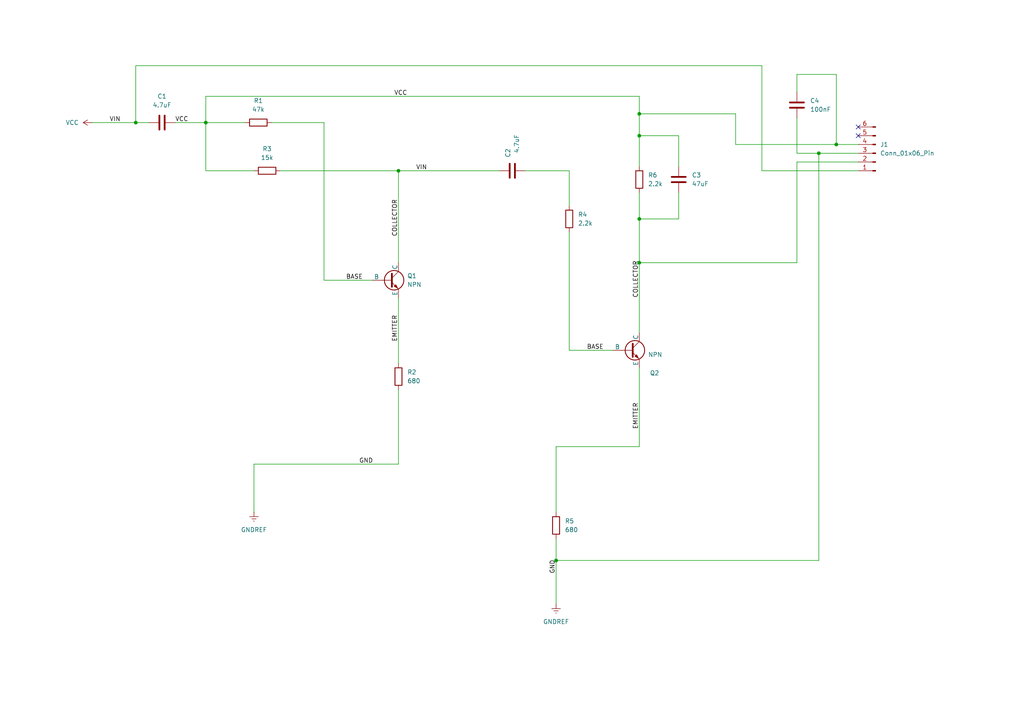
<source format=kicad_sch>
(kicad_sch
	(version 20250114)
	(generator "eeschema")
	(generator_version "9.0")
	(uuid "45178b38-c85c-45b3-9bae-2bf29cb07bac")
	(paper "A4")
	(lib_symbols
		(symbol "Connector:Conn_01x06_Pin"
			(pin_names
				(offset 1.016)
				(hide yes)
			)
			(exclude_from_sim no)
			(in_bom yes)
			(on_board yes)
			(property "Reference" "J"
				(at 0 7.62 0)
				(effects
					(font
						(size 1.27 1.27)
					)
				)
			)
			(property "Value" "Conn_01x06_Pin"
				(at 0 -10.16 0)
				(effects
					(font
						(size 1.27 1.27)
					)
				)
			)
			(property "Footprint" ""
				(at 0 0 0)
				(effects
					(font
						(size 1.27 1.27)
					)
					(hide yes)
				)
			)
			(property "Datasheet" "~"
				(at 0 0 0)
				(effects
					(font
						(size 1.27 1.27)
					)
					(hide yes)
				)
			)
			(property "Description" "Generic connector, single row, 01x06, script generated"
				(at 0 0 0)
				(effects
					(font
						(size 1.27 1.27)
					)
					(hide yes)
				)
			)
			(property "ki_locked" ""
				(at 0 0 0)
				(effects
					(font
						(size 1.27 1.27)
					)
				)
			)
			(property "ki_keywords" "connector"
				(at 0 0 0)
				(effects
					(font
						(size 1.27 1.27)
					)
					(hide yes)
				)
			)
			(property "ki_fp_filters" "Connector*:*_1x??_*"
				(at 0 0 0)
				(effects
					(font
						(size 1.27 1.27)
					)
					(hide yes)
				)
			)
			(symbol "Conn_01x06_Pin_1_1"
				(rectangle
					(start 0.8636 5.207)
					(end 0 4.953)
					(stroke
						(width 0.1524)
						(type default)
					)
					(fill
						(type outline)
					)
				)
				(rectangle
					(start 0.8636 2.667)
					(end 0 2.413)
					(stroke
						(width 0.1524)
						(type default)
					)
					(fill
						(type outline)
					)
				)
				(rectangle
					(start 0.8636 0.127)
					(end 0 -0.127)
					(stroke
						(width 0.1524)
						(type default)
					)
					(fill
						(type outline)
					)
				)
				(rectangle
					(start 0.8636 -2.413)
					(end 0 -2.667)
					(stroke
						(width 0.1524)
						(type default)
					)
					(fill
						(type outline)
					)
				)
				(rectangle
					(start 0.8636 -4.953)
					(end 0 -5.207)
					(stroke
						(width 0.1524)
						(type default)
					)
					(fill
						(type outline)
					)
				)
				(rectangle
					(start 0.8636 -7.493)
					(end 0 -7.747)
					(stroke
						(width 0.1524)
						(type default)
					)
					(fill
						(type outline)
					)
				)
				(polyline
					(pts
						(xy 1.27 5.08) (xy 0.8636 5.08)
					)
					(stroke
						(width 0.1524)
						(type default)
					)
					(fill
						(type none)
					)
				)
				(polyline
					(pts
						(xy 1.27 2.54) (xy 0.8636 2.54)
					)
					(stroke
						(width 0.1524)
						(type default)
					)
					(fill
						(type none)
					)
				)
				(polyline
					(pts
						(xy 1.27 0) (xy 0.8636 0)
					)
					(stroke
						(width 0.1524)
						(type default)
					)
					(fill
						(type none)
					)
				)
				(polyline
					(pts
						(xy 1.27 -2.54) (xy 0.8636 -2.54)
					)
					(stroke
						(width 0.1524)
						(type default)
					)
					(fill
						(type none)
					)
				)
				(polyline
					(pts
						(xy 1.27 -5.08) (xy 0.8636 -5.08)
					)
					(stroke
						(width 0.1524)
						(type default)
					)
					(fill
						(type none)
					)
				)
				(polyline
					(pts
						(xy 1.27 -7.62) (xy 0.8636 -7.62)
					)
					(stroke
						(width 0.1524)
						(type default)
					)
					(fill
						(type none)
					)
				)
				(pin passive line
					(at 5.08 5.08 180)
					(length 3.81)
					(name "Pin_1"
						(effects
							(font
								(size 1.27 1.27)
							)
						)
					)
					(number "1"
						(effects
							(font
								(size 1.27 1.27)
							)
						)
					)
				)
				(pin passive line
					(at 5.08 2.54 180)
					(length 3.81)
					(name "Pin_2"
						(effects
							(font
								(size 1.27 1.27)
							)
						)
					)
					(number "2"
						(effects
							(font
								(size 1.27 1.27)
							)
						)
					)
				)
				(pin passive line
					(at 5.08 0 180)
					(length 3.81)
					(name "Pin_3"
						(effects
							(font
								(size 1.27 1.27)
							)
						)
					)
					(number "3"
						(effects
							(font
								(size 1.27 1.27)
							)
						)
					)
				)
				(pin passive line
					(at 5.08 -2.54 180)
					(length 3.81)
					(name "Pin_4"
						(effects
							(font
								(size 1.27 1.27)
							)
						)
					)
					(number "4"
						(effects
							(font
								(size 1.27 1.27)
							)
						)
					)
				)
				(pin passive line
					(at 5.08 -5.08 180)
					(length 3.81)
					(name "Pin_5"
						(effects
							(font
								(size 1.27 1.27)
							)
						)
					)
					(number "5"
						(effects
							(font
								(size 1.27 1.27)
							)
						)
					)
				)
				(pin passive line
					(at 5.08 -7.62 180)
					(length 3.81)
					(name "Pin_6"
						(effects
							(font
								(size 1.27 1.27)
							)
						)
					)
					(number "6"
						(effects
							(font
								(size 1.27 1.27)
							)
						)
					)
				)
			)
			(embedded_fonts no)
		)
		(symbol "Device:C"
			(pin_numbers
				(hide yes)
			)
			(pin_names
				(offset 0.254)
			)
			(exclude_from_sim no)
			(in_bom yes)
			(on_board yes)
			(property "Reference" "C"
				(at 0.635 2.54 0)
				(effects
					(font
						(size 1.27 1.27)
					)
					(justify left)
				)
			)
			(property "Value" "C"
				(at 0.635 -2.54 0)
				(effects
					(font
						(size 1.27 1.27)
					)
					(justify left)
				)
			)
			(property "Footprint" ""
				(at 0.9652 -3.81 0)
				(effects
					(font
						(size 1.27 1.27)
					)
					(hide yes)
				)
			)
			(property "Datasheet" "~"
				(at 0 0 0)
				(effects
					(font
						(size 1.27 1.27)
					)
					(hide yes)
				)
			)
			(property "Description" "Unpolarized capacitor"
				(at 0 0 0)
				(effects
					(font
						(size 1.27 1.27)
					)
					(hide yes)
				)
			)
			(property "ki_keywords" "cap capacitor"
				(at 0 0 0)
				(effects
					(font
						(size 1.27 1.27)
					)
					(hide yes)
				)
			)
			(property "ki_fp_filters" "C_*"
				(at 0 0 0)
				(effects
					(font
						(size 1.27 1.27)
					)
					(hide yes)
				)
			)
			(symbol "C_0_1"
				(polyline
					(pts
						(xy -2.032 0.762) (xy 2.032 0.762)
					)
					(stroke
						(width 0.508)
						(type default)
					)
					(fill
						(type none)
					)
				)
				(polyline
					(pts
						(xy -2.032 -0.762) (xy 2.032 -0.762)
					)
					(stroke
						(width 0.508)
						(type default)
					)
					(fill
						(type none)
					)
				)
			)
			(symbol "C_1_1"
				(pin passive line
					(at 0 3.81 270)
					(length 2.794)
					(name "~"
						(effects
							(font
								(size 1.27 1.27)
							)
						)
					)
					(number "1"
						(effects
							(font
								(size 1.27 1.27)
							)
						)
					)
				)
				(pin passive line
					(at 0 -3.81 90)
					(length 2.794)
					(name "~"
						(effects
							(font
								(size 1.27 1.27)
							)
						)
					)
					(number "2"
						(effects
							(font
								(size 1.27 1.27)
							)
						)
					)
				)
			)
			(embedded_fonts no)
		)
		(symbol "Device:R"
			(pin_numbers
				(hide yes)
			)
			(pin_names
				(offset 0)
			)
			(exclude_from_sim no)
			(in_bom yes)
			(on_board yes)
			(property "Reference" "R"
				(at 2.032 0 90)
				(effects
					(font
						(size 1.27 1.27)
					)
				)
			)
			(property "Value" "R"
				(at 0 0 90)
				(effects
					(font
						(size 1.27 1.27)
					)
				)
			)
			(property "Footprint" ""
				(at -1.778 0 90)
				(effects
					(font
						(size 1.27 1.27)
					)
					(hide yes)
				)
			)
			(property "Datasheet" "~"
				(at 0 0 0)
				(effects
					(font
						(size 1.27 1.27)
					)
					(hide yes)
				)
			)
			(property "Description" "Resistor"
				(at 0 0 0)
				(effects
					(font
						(size 1.27 1.27)
					)
					(hide yes)
				)
			)
			(property "ki_keywords" "R res resistor"
				(at 0 0 0)
				(effects
					(font
						(size 1.27 1.27)
					)
					(hide yes)
				)
			)
			(property "ki_fp_filters" "R_*"
				(at 0 0 0)
				(effects
					(font
						(size 1.27 1.27)
					)
					(hide yes)
				)
			)
			(symbol "R_0_1"
				(rectangle
					(start -1.016 -2.54)
					(end 1.016 2.54)
					(stroke
						(width 0.254)
						(type default)
					)
					(fill
						(type none)
					)
				)
			)
			(symbol "R_1_1"
				(pin passive line
					(at 0 3.81 270)
					(length 1.27)
					(name "~"
						(effects
							(font
								(size 1.27 1.27)
							)
						)
					)
					(number "1"
						(effects
							(font
								(size 1.27 1.27)
							)
						)
					)
				)
				(pin passive line
					(at 0 -3.81 90)
					(length 1.27)
					(name "~"
						(effects
							(font
								(size 1.27 1.27)
							)
						)
					)
					(number "2"
						(effects
							(font
								(size 1.27 1.27)
							)
						)
					)
				)
			)
			(embedded_fonts no)
		)
		(symbol "Simulation_SPICE:NPN"
			(pin_numbers
				(hide yes)
			)
			(pin_names
				(offset 0)
			)
			(exclude_from_sim no)
			(in_bom yes)
			(on_board yes)
			(property "Reference" "Q"
				(at -2.54 7.62 0)
				(effects
					(font
						(size 1.27 1.27)
					)
				)
			)
			(property "Value" "NPN"
				(at -2.54 5.08 0)
				(effects
					(font
						(size 1.27 1.27)
					)
				)
			)
			(property "Footprint" ""
				(at 63.5 0 0)
				(effects
					(font
						(size 1.27 1.27)
					)
					(hide yes)
				)
			)
			(property "Datasheet" "https://ngspice.sourceforge.io/docs/ngspice-html-manual/manual.xhtml#cha_BJTs"
				(at 63.5 0 0)
				(effects
					(font
						(size 1.27 1.27)
					)
					(hide yes)
				)
			)
			(property "Description" "Bipolar transistor symbol for simulation only, substrate tied to the emitter"
				(at 0 0 0)
				(effects
					(font
						(size 1.27 1.27)
					)
					(hide yes)
				)
			)
			(property "Sim.Device" "NPN"
				(at 0 0 0)
				(effects
					(font
						(size 1.27 1.27)
					)
					(hide yes)
				)
			)
			(property "Sim.Type" "GUMMELPOON"
				(at 0 0 0)
				(effects
					(font
						(size 1.27 1.27)
					)
					(hide yes)
				)
			)
			(property "Sim.Pins" "1=C 2=B 3=E"
				(at 0 0 0)
				(effects
					(font
						(size 1.27 1.27)
					)
					(hide yes)
				)
			)
			(property "ki_keywords" "simulation"
				(at 0 0 0)
				(effects
					(font
						(size 1.27 1.27)
					)
					(hide yes)
				)
			)
			(symbol "NPN_0_1"
				(polyline
					(pts
						(xy -2.54 0) (xy 0.635 0)
					)
					(stroke
						(width 0.1524)
						(type default)
					)
					(fill
						(type none)
					)
				)
				(polyline
					(pts
						(xy 0.635 1.905) (xy 0.635 -1.905) (xy 0.635 -1.905)
					)
					(stroke
						(width 0.508)
						(type default)
					)
					(fill
						(type none)
					)
				)
				(polyline
					(pts
						(xy 0.635 0.635) (xy 2.54 2.54)
					)
					(stroke
						(width 0)
						(type default)
					)
					(fill
						(type none)
					)
				)
				(polyline
					(pts
						(xy 0.635 -0.635) (xy 2.54 -2.54) (xy 2.54 -2.54)
					)
					(stroke
						(width 0)
						(type default)
					)
					(fill
						(type none)
					)
				)
				(circle
					(center 1.27 0)
					(radius 2.8194)
					(stroke
						(width 0.254)
						(type default)
					)
					(fill
						(type none)
					)
				)
				(polyline
					(pts
						(xy 1.27 -1.778) (xy 1.778 -1.27) (xy 2.286 -2.286) (xy 1.27 -1.778) (xy 1.27 -1.778)
					)
					(stroke
						(width 0)
						(type default)
					)
					(fill
						(type outline)
					)
				)
				(polyline
					(pts
						(xy 2.794 -1.27) (xy 2.794 -1.27)
					)
					(stroke
						(width 0.1524)
						(type default)
					)
					(fill
						(type none)
					)
				)
				(polyline
					(pts
						(xy 2.794 -1.27) (xy 2.794 -1.27)
					)
					(stroke
						(width 0.1524)
						(type default)
					)
					(fill
						(type none)
					)
				)
			)
			(symbol "NPN_1_1"
				(pin input line
					(at -5.08 0 0)
					(length 2.54)
					(name "B"
						(effects
							(font
								(size 1.27 1.27)
							)
						)
					)
					(number "2"
						(effects
							(font
								(size 1.27 1.27)
							)
						)
					)
				)
				(pin open_collector line
					(at 2.54 5.08 270)
					(length 2.54)
					(name "C"
						(effects
							(font
								(size 1.27 1.27)
							)
						)
					)
					(number "1"
						(effects
							(font
								(size 1.27 1.27)
							)
						)
					)
				)
				(pin open_emitter line
					(at 2.54 -5.08 90)
					(length 2.54)
					(name "E"
						(effects
							(font
								(size 1.27 1.27)
							)
						)
					)
					(number "3"
						(effects
							(font
								(size 1.27 1.27)
							)
						)
					)
				)
			)
			(embedded_fonts no)
		)
		(symbol "power:GNDREF"
			(power)
			(pin_numbers
				(hide yes)
			)
			(pin_names
				(offset 0)
				(hide yes)
			)
			(exclude_from_sim no)
			(in_bom yes)
			(on_board yes)
			(property "Reference" "#PWR"
				(at 0 -6.35 0)
				(effects
					(font
						(size 1.27 1.27)
					)
					(hide yes)
				)
			)
			(property "Value" "GNDREF"
				(at 0 -3.81 0)
				(effects
					(font
						(size 1.27 1.27)
					)
				)
			)
			(property "Footprint" ""
				(at 0 0 0)
				(effects
					(font
						(size 1.27 1.27)
					)
					(hide yes)
				)
			)
			(property "Datasheet" ""
				(at 0 0 0)
				(effects
					(font
						(size 1.27 1.27)
					)
					(hide yes)
				)
			)
			(property "Description" "Power symbol creates a global label with name \"GNDREF\" , reference supply ground"
				(at 0 0 0)
				(effects
					(font
						(size 1.27 1.27)
					)
					(hide yes)
				)
			)
			(property "ki_keywords" "global power"
				(at 0 0 0)
				(effects
					(font
						(size 1.27 1.27)
					)
					(hide yes)
				)
			)
			(symbol "GNDREF_0_1"
				(polyline
					(pts
						(xy -0.635 -1.905) (xy 0.635 -1.905)
					)
					(stroke
						(width 0)
						(type default)
					)
					(fill
						(type none)
					)
				)
				(polyline
					(pts
						(xy -0.127 -2.54) (xy 0.127 -2.54)
					)
					(stroke
						(width 0)
						(type default)
					)
					(fill
						(type none)
					)
				)
				(polyline
					(pts
						(xy 0 -1.27) (xy 0 0)
					)
					(stroke
						(width 0)
						(type default)
					)
					(fill
						(type none)
					)
				)
				(polyline
					(pts
						(xy 1.27 -1.27) (xy -1.27 -1.27)
					)
					(stroke
						(width 0)
						(type default)
					)
					(fill
						(type none)
					)
				)
			)
			(symbol "GNDREF_1_1"
				(pin power_in line
					(at 0 0 270)
					(length 0)
					(name "~"
						(effects
							(font
								(size 1.27 1.27)
							)
						)
					)
					(number "1"
						(effects
							(font
								(size 1.27 1.27)
							)
						)
					)
				)
			)
			(embedded_fonts no)
		)
		(symbol "power:VCC"
			(power)
			(pin_numbers
				(hide yes)
			)
			(pin_names
				(offset 0)
				(hide yes)
			)
			(exclude_from_sim no)
			(in_bom yes)
			(on_board yes)
			(property "Reference" "#PWR"
				(at 0 -3.81 0)
				(effects
					(font
						(size 1.27 1.27)
					)
					(hide yes)
				)
			)
			(property "Value" "VCC"
				(at 0 3.556 0)
				(effects
					(font
						(size 1.27 1.27)
					)
				)
			)
			(property "Footprint" ""
				(at 0 0 0)
				(effects
					(font
						(size 1.27 1.27)
					)
					(hide yes)
				)
			)
			(property "Datasheet" ""
				(at 0 0 0)
				(effects
					(font
						(size 1.27 1.27)
					)
					(hide yes)
				)
			)
			(property "Description" "Power symbol creates a global label with name \"VCC\""
				(at 0 0 0)
				(effects
					(font
						(size 1.27 1.27)
					)
					(hide yes)
				)
			)
			(property "ki_keywords" "global power"
				(at 0 0 0)
				(effects
					(font
						(size 1.27 1.27)
					)
					(hide yes)
				)
			)
			(symbol "VCC_0_1"
				(polyline
					(pts
						(xy -0.762 1.27) (xy 0 2.54)
					)
					(stroke
						(width 0)
						(type default)
					)
					(fill
						(type none)
					)
				)
				(polyline
					(pts
						(xy 0 2.54) (xy 0.762 1.27)
					)
					(stroke
						(width 0)
						(type default)
					)
					(fill
						(type none)
					)
				)
				(polyline
					(pts
						(xy 0 0) (xy 0 2.54)
					)
					(stroke
						(width 0)
						(type default)
					)
					(fill
						(type none)
					)
				)
			)
			(symbol "VCC_1_1"
				(pin power_in line
					(at 0 0 90)
					(length 0)
					(name "~"
						(effects
							(font
								(size 1.27 1.27)
							)
						)
					)
					(number "1"
						(effects
							(font
								(size 1.27 1.27)
							)
						)
					)
				)
			)
			(embedded_fonts no)
		)
	)
	(junction
		(at 115.57 49.53)
		(diameter 0)
		(color 0 0 0 0)
		(uuid "0304ec94-f233-4184-bc15-ad09f2c818d4")
	)
	(junction
		(at 237.49 44.45)
		(diameter 0)
		(color 0 0 0 0)
		(uuid "06e55046-94ea-4456-ab4d-343cd777de1b")
	)
	(junction
		(at 59.69 35.56)
		(diameter 0)
		(color 0 0 0 0)
		(uuid "0b7a56d7-e8f4-4fff-900f-b329dad9ff59")
	)
	(junction
		(at 185.42 39.37)
		(diameter 0)
		(color 0 0 0 0)
		(uuid "160b08a7-794d-46ed-86bc-9e17e68a63d8")
	)
	(junction
		(at 242.57 41.91)
		(diameter 0)
		(color 0 0 0 0)
		(uuid "17cae804-0e2a-4af2-85a8-a9bd5f955702")
	)
	(junction
		(at 185.42 33.02)
		(diameter 0)
		(color 0 0 0 0)
		(uuid "30890e65-7ba6-4535-b981-8c762a4fc107")
	)
	(junction
		(at 185.42 63.5)
		(diameter 0)
		(color 0 0 0 0)
		(uuid "323a652a-2cf8-4f91-a65b-35bc086c34b4")
	)
	(junction
		(at 161.29 162.56)
		(diameter 0)
		(color 0 0 0 0)
		(uuid "35c5b72d-e35b-4af5-b075-9a541a90e510")
	)
	(junction
		(at 185.42 76.2)
		(diameter 0)
		(color 0 0 0 0)
		(uuid "8495aecb-4cf6-4eed-9045-76babbd68189")
	)
	(junction
		(at 39.37 35.56)
		(diameter 0)
		(color 0 0 0 0)
		(uuid "e741e1fc-3c6f-4fb0-b260-24aee8207c93")
	)
	(no_connect
		(at 248.92 36.83)
		(uuid "6ff2a625-9b59-45fd-a703-c4c955e25404")
	)
	(no_connect
		(at 248.92 39.37)
		(uuid "b7d77d25-b0c9-4df3-be2c-d511d30bcb52")
	)
	(wire
		(pts
			(xy 93.98 35.56) (xy 78.74 35.56)
		)
		(stroke
			(width 0)
			(type default)
		)
		(uuid "08deee81-bc2f-43e5-853e-9dcbb0e1831e")
	)
	(wire
		(pts
			(xy 220.98 49.53) (xy 248.92 49.53)
		)
		(stroke
			(width 0)
			(type default)
		)
		(uuid "0ed2339e-93ce-4942-85bc-ab87c0f0d98d")
	)
	(wire
		(pts
			(xy 165.1 101.6) (xy 165.1 67.31)
		)
		(stroke
			(width 0)
			(type default)
		)
		(uuid "1109a161-130f-4fa7-b2bd-d4f8a54f598d")
	)
	(wire
		(pts
			(xy 185.42 55.88) (xy 185.42 63.5)
		)
		(stroke
			(width 0)
			(type default)
		)
		(uuid "145c4a67-08fd-416a-8c69-a34babdec54a")
	)
	(wire
		(pts
			(xy 248.92 44.45) (xy 237.49 44.45)
		)
		(stroke
			(width 0)
			(type default)
		)
		(uuid "17d9b48e-ac30-4718-88d6-0a740b0146f6")
	)
	(wire
		(pts
			(xy 185.42 106.68) (xy 185.42 129.54)
		)
		(stroke
			(width 0)
			(type default)
		)
		(uuid "19ca61be-4e6f-4cde-8a20-32b7f8d7022a")
	)
	(wire
		(pts
			(xy 161.29 148.59) (xy 161.29 129.54)
		)
		(stroke
			(width 0)
			(type default)
		)
		(uuid "1d83b1ad-4399-447c-9b43-6f8b4d27a1c7")
	)
	(wire
		(pts
			(xy 73.66 134.62) (xy 73.66 148.59)
		)
		(stroke
			(width 0)
			(type default)
		)
		(uuid "215f842b-c326-487e-8002-9005a2b44430")
	)
	(wire
		(pts
			(xy 115.57 49.53) (xy 144.78 49.53)
		)
		(stroke
			(width 0)
			(type default)
		)
		(uuid "229a9f5b-5a7a-484f-88ff-ba483de60be1")
	)
	(wire
		(pts
			(xy 59.69 35.56) (xy 71.12 35.56)
		)
		(stroke
			(width 0)
			(type default)
		)
		(uuid "232d474e-9bf7-447c-a63c-e34ffe274dac")
	)
	(wire
		(pts
			(xy 231.14 76.2) (xy 185.42 76.2)
		)
		(stroke
			(width 0)
			(type default)
		)
		(uuid "267885f6-5843-4522-be5f-810a070a8eaf")
	)
	(wire
		(pts
			(xy 248.92 41.91) (xy 242.57 41.91)
		)
		(stroke
			(width 0)
			(type default)
		)
		(uuid "2836515d-d24c-487e-9ad8-b68b347cc3f3")
	)
	(wire
		(pts
			(xy 39.37 19.05) (xy 220.98 19.05)
		)
		(stroke
			(width 0)
			(type default)
		)
		(uuid "2c00f277-ef4d-40d0-88ac-5f8202814e58")
	)
	(wire
		(pts
			(xy 213.36 41.91) (xy 213.36 33.02)
		)
		(stroke
			(width 0)
			(type default)
		)
		(uuid "35af945d-d159-4f39-92fb-829d28c0aa48")
	)
	(wire
		(pts
			(xy 185.42 39.37) (xy 196.85 39.37)
		)
		(stroke
			(width 0)
			(type default)
		)
		(uuid "4142e45c-24f1-4fc3-9233-f3e1e1fc0d77")
	)
	(wire
		(pts
			(xy 115.57 49.53) (xy 115.57 76.2)
		)
		(stroke
			(width 0)
			(type default)
		)
		(uuid "46d6e4e8-c7a5-40a7-aeca-5e1bedc171b5")
	)
	(wire
		(pts
			(xy 161.29 129.54) (xy 185.42 129.54)
		)
		(stroke
			(width 0)
			(type default)
		)
		(uuid "48a7361d-9ce0-41c1-8cf9-cd618af6e921")
	)
	(wire
		(pts
			(xy 196.85 63.5) (xy 185.42 63.5)
		)
		(stroke
			(width 0)
			(type default)
		)
		(uuid "4ba7be1a-2b97-4b0b-a89a-0096cda8d5ef")
	)
	(wire
		(pts
			(xy 231.14 46.99) (xy 231.14 76.2)
		)
		(stroke
			(width 0)
			(type default)
		)
		(uuid "55f68129-8bf2-41a6-acba-827f35b68545")
	)
	(wire
		(pts
			(xy 196.85 39.37) (xy 196.85 48.26)
		)
		(stroke
			(width 0)
			(type default)
		)
		(uuid "5fdd01cb-0b3b-4b2f-b7ce-c7cd93d25a77")
	)
	(wire
		(pts
			(xy 231.14 26.67) (xy 231.14 21.59)
		)
		(stroke
			(width 0)
			(type default)
		)
		(uuid "61756474-2d21-42aa-bf7e-1046b60db412")
	)
	(wire
		(pts
			(xy 161.29 162.56) (xy 161.29 175.26)
		)
		(stroke
			(width 0)
			(type default)
		)
		(uuid "65ea11f4-8a41-440d-85f5-f9e422b4b06f")
	)
	(wire
		(pts
			(xy 115.57 49.53) (xy 81.28 49.53)
		)
		(stroke
			(width 0)
			(type default)
		)
		(uuid "6c1ae7e5-581e-46fb-b162-bc82ccc73766")
	)
	(wire
		(pts
			(xy 185.42 76.2) (xy 185.42 96.52)
		)
		(stroke
			(width 0)
			(type default)
		)
		(uuid "6dc3783b-6aac-4206-bca6-9f26d21ca66c")
	)
	(wire
		(pts
			(xy 39.37 35.56) (xy 43.18 35.56)
		)
		(stroke
			(width 0)
			(type default)
		)
		(uuid "6e2d8e0b-d6e1-4187-8adf-15755407ff43")
	)
	(wire
		(pts
			(xy 185.42 33.02) (xy 185.42 39.37)
		)
		(stroke
			(width 0)
			(type default)
		)
		(uuid "6eb7a153-1a41-4c04-9f41-36685c0ec4ac")
	)
	(wire
		(pts
			(xy 231.14 44.45) (xy 237.49 44.45)
		)
		(stroke
			(width 0)
			(type default)
		)
		(uuid "72746ecb-8a84-4162-8d9f-326f7eba66f6")
	)
	(wire
		(pts
			(xy 237.49 44.45) (xy 237.49 162.56)
		)
		(stroke
			(width 0)
			(type default)
		)
		(uuid "7965263d-039b-4824-9beb-fbeb111d39b1")
	)
	(wire
		(pts
			(xy 59.69 49.53) (xy 73.66 49.53)
		)
		(stroke
			(width 0)
			(type default)
		)
		(uuid "79c4cdcf-17c2-4773-afca-b897dbc32877")
	)
	(wire
		(pts
			(xy 242.57 41.91) (xy 213.36 41.91)
		)
		(stroke
			(width 0)
			(type default)
		)
		(uuid "7f8ccd68-44e9-42c1-bbe2-8cea9b71db65")
	)
	(wire
		(pts
			(xy 115.57 134.62) (xy 73.66 134.62)
		)
		(stroke
			(width 0)
			(type default)
		)
		(uuid "80f12bd0-0efa-4043-b684-f0287c43aff8")
	)
	(wire
		(pts
			(xy 59.69 27.94) (xy 59.69 35.56)
		)
		(stroke
			(width 0)
			(type default)
		)
		(uuid "8f6074f4-315f-4f87-9b51-41b2916f1d61")
	)
	(wire
		(pts
			(xy 185.42 39.37) (xy 185.42 48.26)
		)
		(stroke
			(width 0)
			(type default)
		)
		(uuid "9528b7eb-72b5-45a8-925d-3be7a6652dd2")
	)
	(wire
		(pts
			(xy 177.8 101.6) (xy 165.1 101.6)
		)
		(stroke
			(width 0)
			(type default)
		)
		(uuid "96c969f8-6fa4-490f-8f41-51a7dff441f7")
	)
	(wire
		(pts
			(xy 59.69 27.94) (xy 185.42 27.94)
		)
		(stroke
			(width 0)
			(type default)
		)
		(uuid "9bf56ad9-fd34-48a2-968f-dee2d5d9880b")
	)
	(wire
		(pts
			(xy 39.37 35.56) (xy 39.37 19.05)
		)
		(stroke
			(width 0)
			(type default)
		)
		(uuid "9cdff9fa-16f7-4da4-9d63-e0da8314f177")
	)
	(wire
		(pts
			(xy 152.4 49.53) (xy 165.1 49.53)
		)
		(stroke
			(width 0)
			(type default)
		)
		(uuid "9e60a8a4-cb71-4a6e-af3d-c7c51a5c0784")
	)
	(wire
		(pts
			(xy 231.14 21.59) (xy 242.57 21.59)
		)
		(stroke
			(width 0)
			(type default)
		)
		(uuid "a667c0c0-73a7-4571-990e-c9f9c80609e1")
	)
	(wire
		(pts
			(xy 50.8 35.56) (xy 59.69 35.56)
		)
		(stroke
			(width 0)
			(type default)
		)
		(uuid "acb24ca0-53f0-4d46-bcfb-5f9b1d7a7f29")
	)
	(wire
		(pts
			(xy 161.29 156.21) (xy 161.29 162.56)
		)
		(stroke
			(width 0)
			(type default)
		)
		(uuid "b9fc2d1b-1244-40db-9ebf-6cc35e0c1c54")
	)
	(wire
		(pts
			(xy 220.98 19.05) (xy 220.98 49.53)
		)
		(stroke
			(width 0)
			(type default)
		)
		(uuid "bda67a23-35b1-4e20-8218-6e0209c26e29")
	)
	(wire
		(pts
			(xy 161.29 162.56) (xy 237.49 162.56)
		)
		(stroke
			(width 0)
			(type default)
		)
		(uuid "c4c0a325-3842-48ff-994d-2915c61b4efb")
	)
	(wire
		(pts
			(xy 165.1 49.53) (xy 165.1 59.69)
		)
		(stroke
			(width 0)
			(type default)
		)
		(uuid "c4f02478-64d3-4ab4-8681-3b402ae371c3")
	)
	(wire
		(pts
			(xy 59.69 35.56) (xy 59.69 49.53)
		)
		(stroke
			(width 0)
			(type default)
		)
		(uuid "c96a38f6-2b44-409b-927d-17285cf2fadd")
	)
	(wire
		(pts
			(xy 185.42 27.94) (xy 185.42 33.02)
		)
		(stroke
			(width 0)
			(type default)
		)
		(uuid "cdd0e2e7-0e6e-4b68-8ec6-a8fd50bfe2a0")
	)
	(wire
		(pts
			(xy 115.57 86.36) (xy 115.57 105.41)
		)
		(stroke
			(width 0)
			(type default)
		)
		(uuid "cfc25b9c-85dc-4b41-8f5e-90b2ac2db0c8")
	)
	(wire
		(pts
			(xy 93.98 81.28) (xy 107.95 81.28)
		)
		(stroke
			(width 0)
			(type default)
		)
		(uuid "d9be88f7-c089-4fef-835e-54a498682ce1")
	)
	(wire
		(pts
			(xy 26.67 35.56) (xy 39.37 35.56)
		)
		(stroke
			(width 0)
			(type default)
		)
		(uuid "e04098fa-cf9c-4167-b9bd-5995a26d48d6")
	)
	(wire
		(pts
			(xy 248.92 46.99) (xy 231.14 46.99)
		)
		(stroke
			(width 0)
			(type default)
		)
		(uuid "e4bca261-321e-4544-b91e-1a4db20664df")
	)
	(wire
		(pts
			(xy 115.57 113.03) (xy 115.57 134.62)
		)
		(stroke
			(width 0)
			(type default)
		)
		(uuid "ea56763a-6665-4f05-8fb2-b263bdcd31a7")
	)
	(wire
		(pts
			(xy 196.85 55.88) (xy 196.85 63.5)
		)
		(stroke
			(width 0)
			(type default)
		)
		(uuid "f7090a63-12e0-44f3-a29a-a7c9727c8c03")
	)
	(wire
		(pts
			(xy 242.57 21.59) (xy 242.57 41.91)
		)
		(stroke
			(width 0)
			(type default)
		)
		(uuid "f7e5fb4e-c22c-4b08-ba97-d14ea53542ad")
	)
	(wire
		(pts
			(xy 213.36 33.02) (xy 185.42 33.02)
		)
		(stroke
			(width 0)
			(type default)
		)
		(uuid "f9cab786-3441-4a09-b4c1-89acbb51d72b")
	)
	(wire
		(pts
			(xy 231.14 34.29) (xy 231.14 44.45)
		)
		(stroke
			(width 0)
			(type default)
		)
		(uuid "fa53bf02-cdaf-4937-930f-c366784bd11b")
	)
	(wire
		(pts
			(xy 185.42 63.5) (xy 185.42 76.2)
		)
		(stroke
			(width 0)
			(type default)
		)
		(uuid "fbe3ad92-d495-4813-9092-f2a54540b6ed")
	)
	(wire
		(pts
			(xy 93.98 35.56) (xy 93.98 81.28)
		)
		(stroke
			(width 0)
			(type default)
		)
		(uuid "fd906f0b-98da-4300-8d76-ad9d548daccf")
	)
	(label "VIN"
		(at 120.65 49.53 0)
		(effects
			(font
				(size 1.27 1.27)
			)
			(justify left bottom)
		)
		(uuid "1a67aec8-c8db-4095-a0dd-eda37a099995")
	)
	(label "GND"
		(at 104.14 134.62 0)
		(effects
			(font
				(size 1.27 1.27)
			)
			(justify left bottom)
		)
		(uuid "27bde5c3-597e-4501-b891-9075ef2d8050")
	)
	(label "VCC"
		(at 114.3 27.94 0)
		(effects
			(font
				(size 1.27 1.27)
			)
			(justify left bottom)
		)
		(uuid "4806db22-7f5a-455e-b65f-ae74684991c3")
	)
	(label "VIN"
		(at 31.75 35.56 0)
		(effects
			(font
				(size 1.27 1.27)
			)
			(justify left bottom)
		)
		(uuid "4b0ac9a4-5cf4-445d-992b-0b1b78cc2bbd")
	)
	(label "GND"
		(at 161.29 166.37 90)
		(effects
			(font
				(size 1.27 1.27)
			)
			(justify left bottom)
		)
		(uuid "52fcc43b-4158-4edc-b53a-a84054a1b939")
	)
	(label "EMITTER"
		(at 115.57 99.06 90)
		(effects
			(font
				(size 1.27 1.27)
			)
			(justify left bottom)
		)
		(uuid "59d6c430-e559-40ee-894e-155fb3ca1e34")
	)
	(label "COLLECTOR"
		(at 115.57 68.58 90)
		(effects
			(font
				(size 1.27 1.27)
			)
			(justify left bottom)
		)
		(uuid "7c9796c3-1dbb-43e2-97d1-110f39af5e10")
	)
	(label "COLLECTOR"
		(at 185.42 86.36 90)
		(effects
			(font
				(size 1.27 1.27)
			)
			(justify left bottom)
		)
		(uuid "900bc473-1d51-4462-b1c6-39094a30c51b")
	)
	(label "BASE"
		(at 100.33 81.28 0)
		(effects
			(font
				(size 1.27 1.27)
			)
			(justify left bottom)
		)
		(uuid "ac94291d-62c5-4bc3-ac98-3a42fbe025d4")
	)
	(label "VCC"
		(at 50.8 35.56 0)
		(effects
			(font
				(size 1.27 1.27)
			)
			(justify left bottom)
		)
		(uuid "b3da1711-f18a-4658-935a-9337f49e4a49")
	)
	(label "BASE"
		(at 170.18 101.6 0)
		(effects
			(font
				(size 1.27 1.27)
			)
			(justify left bottom)
		)
		(uuid "cb5efd85-011c-432e-83ad-dc28e8ddffef")
	)
	(label "EMITTER"
		(at 185.42 124.46 90)
		(effects
			(font
				(size 1.27 1.27)
			)
			(justify left bottom)
		)
		(uuid "e86fc68b-c714-4832-b34f-0b3d29dae1b3")
	)
	(symbol
		(lib_id "Device:R")
		(at 77.47 49.53 90)
		(unit 1)
		(exclude_from_sim no)
		(in_bom yes)
		(on_board yes)
		(dnp no)
		(fields_autoplaced yes)
		(uuid "0c6fc945-7dd8-421a-a8c5-5004384fea70")
		(property "Reference" "R3"
			(at 77.47 43.18 90)
			(effects
				(font
					(size 1.27 1.27)
				)
			)
		)
		(property "Value" "15k"
			(at 77.47 45.72 90)
			(effects
				(font
					(size 1.27 1.27)
				)
			)
		)
		(property "Footprint" "Resistor_THT:R_Axial_DIN0207_L6.3mm_D2.5mm_P7.62mm_Horizontal"
			(at 77.47 51.308 90)
			(effects
				(font
					(size 1.27 1.27)
				)
				(hide yes)
			)
		)
		(property "Datasheet" "~"
			(at 77.47 49.53 0)
			(effects
				(font
					(size 1.27 1.27)
				)
				(hide yes)
			)
		)
		(property "Description" "Resistor"
			(at 77.47 49.53 0)
			(effects
				(font
					(size 1.27 1.27)
				)
				(hide yes)
			)
		)
		(pin "1"
			(uuid "321e122f-2eaf-4ba5-b1f7-c0156b6fa0c6")
		)
		(pin "2"
			(uuid "38bac82f-5b98-4b21-b96b-58b6c9a9f1b3")
		)
		(instances
			(project ""
				(path "/45178b38-c85c-45b3-9bae-2bf29cb07bac"
					(reference "R3")
					(unit 1)
				)
			)
		)
	)
	(symbol
		(lib_id "power:GNDREF")
		(at 73.66 148.59 0)
		(unit 1)
		(exclude_from_sim no)
		(in_bom yes)
		(on_board yes)
		(dnp no)
		(fields_autoplaced yes)
		(uuid "1178ddce-f317-47ea-81e8-8f43b018d227")
		(property "Reference" "#PWR02"
			(at 73.66 154.94 0)
			(effects
				(font
					(size 1.27 1.27)
				)
				(hide yes)
			)
		)
		(property "Value" "GNDREF"
			(at 73.66 153.67 0)
			(effects
				(font
					(size 1.27 1.27)
				)
			)
		)
		(property "Footprint" ""
			(at 73.66 148.59 0)
			(effects
				(font
					(size 1.27 1.27)
				)
				(hide yes)
			)
		)
		(property "Datasheet" ""
			(at 73.66 148.59 0)
			(effects
				(font
					(size 1.27 1.27)
				)
				(hide yes)
			)
		)
		(property "Description" "Power symbol creates a global label with name \"GNDREF\" , reference supply ground"
			(at 73.66 148.59 0)
			(effects
				(font
					(size 1.27 1.27)
				)
				(hide yes)
			)
		)
		(pin "1"
			(uuid "0796f719-af2d-495b-9a36-1e4e5f6bec1e")
		)
		(instances
			(project ""
				(path "/45178b38-c85c-45b3-9bae-2bf29cb07bac"
					(reference "#PWR02")
					(unit 1)
				)
			)
		)
	)
	(symbol
		(lib_id "Device:R")
		(at 185.42 52.07 0)
		(unit 1)
		(exclude_from_sim no)
		(in_bom yes)
		(on_board yes)
		(dnp no)
		(fields_autoplaced yes)
		(uuid "24c76a9e-7320-419c-9584-ee4dab3592ee")
		(property "Reference" "R6"
			(at 187.96 50.7999 0)
			(effects
				(font
					(size 1.27 1.27)
				)
				(justify left)
			)
		)
		(property "Value" "2.2k"
			(at 187.96 53.3399 0)
			(effects
				(font
					(size 1.27 1.27)
				)
				(justify left)
			)
		)
		(property "Footprint" "Resistor_THT:R_Axial_DIN0207_L6.3mm_D2.5mm_P7.62mm_Horizontal"
			(at 183.642 52.07 90)
			(effects
				(font
					(size 1.27 1.27)
				)
				(hide yes)
			)
		)
		(property "Datasheet" "~"
			(at 185.42 52.07 0)
			(effects
				(font
					(size 1.27 1.27)
				)
				(hide yes)
			)
		)
		(property "Description" "Resistor"
			(at 185.42 52.07 0)
			(effects
				(font
					(size 1.27 1.27)
				)
				(hide yes)
			)
		)
		(pin "2"
			(uuid "db0b21c9-2292-4417-9e5e-0e24f205faec")
		)
		(pin "1"
			(uuid "2d41a175-d7bf-4219-aca5-98c9154560ff")
		)
		(instances
			(project ""
				(path "/45178b38-c85c-45b3-9bae-2bf29cb07bac"
					(reference "R6")
					(unit 1)
				)
			)
		)
	)
	(symbol
		(lib_id "power:VCC")
		(at 26.67 35.56 90)
		(unit 1)
		(exclude_from_sim no)
		(in_bom yes)
		(on_board yes)
		(dnp no)
		(fields_autoplaced yes)
		(uuid "3652598b-8f00-4226-b0f9-813cee313b76")
		(property "Reference" "#PWR03"
			(at 30.48 35.56 0)
			(effects
				(font
					(size 1.27 1.27)
				)
				(hide yes)
			)
		)
		(property "Value" "VCC"
			(at 22.86 35.5599 90)
			(effects
				(font
					(size 1.27 1.27)
				)
				(justify left)
			)
		)
		(property "Footprint" ""
			(at 26.67 35.56 0)
			(effects
				(font
					(size 1.27 1.27)
				)
				(hide yes)
			)
		)
		(property "Datasheet" ""
			(at 26.67 35.56 0)
			(effects
				(font
					(size 1.27 1.27)
				)
				(hide yes)
			)
		)
		(property "Description" "Power symbol creates a global label with name \"VCC\""
			(at 26.67 35.56 0)
			(effects
				(font
					(size 1.27 1.27)
				)
				(hide yes)
			)
		)
		(pin "1"
			(uuid "48c9a5e9-c45d-4856-b251-903579be0d93")
		)
		(instances
			(project ""
				(path "/45178b38-c85c-45b3-9bae-2bf29cb07bac"
					(reference "#PWR03")
					(unit 1)
				)
			)
		)
	)
	(symbol
		(lib_id "Device:C")
		(at 196.85 52.07 0)
		(unit 1)
		(exclude_from_sim no)
		(in_bom yes)
		(on_board yes)
		(dnp no)
		(fields_autoplaced yes)
		(uuid "369485e1-e1b9-4c14-9816-52abbbc24e3f")
		(property "Reference" "C3"
			(at 200.66 50.7999 0)
			(effects
				(font
					(size 1.27 1.27)
				)
				(justify left)
			)
		)
		(property "Value" "47uF"
			(at 200.66 53.3399 0)
			(effects
				(font
					(size 1.27 1.27)
				)
				(justify left)
			)
		)
		(property "Footprint" "Capacitor_THT:C_Radial_D5.0mm_H5.0mm_P2.00mm"
			(at 197.8152 55.88 0)
			(effects
				(font
					(size 1.27 1.27)
				)
				(hide yes)
			)
		)
		(property "Datasheet" "~"
			(at 196.85 52.07 0)
			(effects
				(font
					(size 1.27 1.27)
				)
				(hide yes)
			)
		)
		(property "Description" "Unpolarized capacitor"
			(at 196.85 52.07 0)
			(effects
				(font
					(size 1.27 1.27)
				)
				(hide yes)
			)
		)
		(pin "2"
			(uuid "fc89158f-2cf6-4b3c-b2a9-e6505d309246")
		)
		(pin "1"
			(uuid "618d4168-eb8a-46cf-8945-112c142c828a")
		)
		(instances
			(project ""
				(path "/45178b38-c85c-45b3-9bae-2bf29cb07bac"
					(reference "C3")
					(unit 1)
				)
			)
		)
	)
	(symbol
		(lib_id "Device:R")
		(at 74.93 35.56 90)
		(unit 1)
		(exclude_from_sim no)
		(in_bom yes)
		(on_board yes)
		(dnp no)
		(fields_autoplaced yes)
		(uuid "4a6f2d42-5168-49ac-8763-acc94d5c69cd")
		(property "Reference" "R1"
			(at 74.93 29.21 90)
			(effects
				(font
					(size 1.27 1.27)
				)
			)
		)
		(property "Value" "47k"
			(at 74.93 31.75 90)
			(effects
				(font
					(size 1.27 1.27)
				)
			)
		)
		(property "Footprint" "Resistor_THT:R_Axial_DIN0207_L6.3mm_D2.5mm_P7.62mm_Horizontal"
			(at 74.93 37.338 90)
			(effects
				(font
					(size 1.27 1.27)
				)
				(hide yes)
			)
		)
		(property "Datasheet" "~"
			(at 74.93 35.56 0)
			(effects
				(font
					(size 1.27 1.27)
				)
				(hide yes)
			)
		)
		(property "Description" "Resistor"
			(at 74.93 35.56 0)
			(effects
				(font
					(size 1.27 1.27)
				)
				(hide yes)
			)
		)
		(pin "2"
			(uuid "2002695d-a82d-4d8a-956a-30d1837565cc")
		)
		(pin "1"
			(uuid "92c07a2e-2559-41d5-a38e-e775e1da8307")
		)
		(instances
			(project ""
				(path "/45178b38-c85c-45b3-9bae-2bf29cb07bac"
					(reference "R1")
					(unit 1)
				)
			)
		)
	)
	(symbol
		(lib_id "Device:R")
		(at 115.57 109.22 0)
		(unit 1)
		(exclude_from_sim no)
		(in_bom yes)
		(on_board yes)
		(dnp no)
		(fields_autoplaced yes)
		(uuid "5a01f9f2-627d-4464-a6d7-a3e9c0d934b3")
		(property "Reference" "R2"
			(at 118.11 107.9499 0)
			(effects
				(font
					(size 1.27 1.27)
				)
				(justify left)
			)
		)
		(property "Value" "680"
			(at 118.11 110.4899 0)
			(effects
				(font
					(size 1.27 1.27)
				)
				(justify left)
			)
		)
		(property "Footprint" "Resistor_THT:R_Axial_DIN0207_L6.3mm_D2.5mm_P7.62mm_Horizontal"
			(at 113.792 109.22 90)
			(effects
				(font
					(size 1.27 1.27)
				)
				(hide yes)
			)
		)
		(property "Datasheet" "~"
			(at 115.57 109.22 0)
			(effects
				(font
					(size 1.27 1.27)
				)
				(hide yes)
			)
		)
		(property "Description" "Resistor"
			(at 115.57 109.22 0)
			(effects
				(font
					(size 1.27 1.27)
				)
				(hide yes)
			)
		)
		(pin "1"
			(uuid "70f73a40-7199-4f49-a404-2969606b851c")
		)
		(pin "2"
			(uuid "00bc4f09-dc3c-4649-92d6-cb8ea28f85ea")
		)
		(instances
			(project ""
				(path "/45178b38-c85c-45b3-9bae-2bf29cb07bac"
					(reference "R2")
					(unit 1)
				)
			)
		)
	)
	(symbol
		(lib_id "Device:C")
		(at 148.59 49.53 90)
		(unit 1)
		(exclude_from_sim no)
		(in_bom yes)
		(on_board yes)
		(dnp no)
		(uuid "660bfe39-bb4d-427b-a94b-147585719ef3")
		(property "Reference" "C2"
			(at 147.3199 45.72 0)
			(effects
				(font
					(size 1.27 1.27)
				)
				(justify left)
			)
		)
		(property "Value" "4.7uF"
			(at 149.8599 44.45 0)
			(effects
				(font
					(size 1.27 1.27)
				)
				(justify left)
			)
		)
		(property "Footprint" "Capacitor_THT:C_Disc_D5.0mm_W2.5mm_P5.00mm"
			(at 152.4 48.5648 0)
			(effects
				(font
					(size 1.27 1.27)
				)
				(hide yes)
			)
		)
		(property "Datasheet" "~"
			(at 148.59 49.53 0)
			(effects
				(font
					(size 1.27 1.27)
				)
				(hide yes)
			)
		)
		(property "Description" "Unpolarized capacitor"
			(at 148.59 49.53 0)
			(effects
				(font
					(size 1.27 1.27)
				)
				(hide yes)
			)
		)
		(pin "1"
			(uuid "165b9e53-83c5-4092-a30a-64847140b373")
		)
		(pin "2"
			(uuid "efb2a5ff-1cda-4dff-8ea5-1497242d53c0")
		)
		(instances
			(project ""
				(path "/45178b38-c85c-45b3-9bae-2bf29cb07bac"
					(reference "C2")
					(unit 1)
				)
			)
		)
	)
	(symbol
		(lib_id "Device:R")
		(at 165.1 63.5 0)
		(unit 1)
		(exclude_from_sim no)
		(in_bom yes)
		(on_board yes)
		(dnp no)
		(fields_autoplaced yes)
		(uuid "84d38bf7-0cfa-4e21-add4-9554b98ed011")
		(property "Reference" "R4"
			(at 167.64 62.2299 0)
			(effects
				(font
					(size 1.27 1.27)
				)
				(justify left)
			)
		)
		(property "Value" "2.2k"
			(at 167.64 64.7699 0)
			(effects
				(font
					(size 1.27 1.27)
				)
				(justify left)
			)
		)
		(property "Footprint" "Resistor_THT:R_Axial_DIN0207_L6.3mm_D2.5mm_P7.62mm_Horizontal"
			(at 163.322 63.5 90)
			(effects
				(font
					(size 1.27 1.27)
				)
				(hide yes)
			)
		)
		(property "Datasheet" "~"
			(at 165.1 63.5 0)
			(effects
				(font
					(size 1.27 1.27)
				)
				(hide yes)
			)
		)
		(property "Description" "Resistor"
			(at 165.1 63.5 0)
			(effects
				(font
					(size 1.27 1.27)
				)
				(hide yes)
			)
		)
		(pin "2"
			(uuid "ae3fe1c1-b3af-4ac0-87ec-a6118cac0fed")
		)
		(pin "1"
			(uuid "bd7284f5-88e6-40d4-bb9a-4c573a3092a9")
		)
		(instances
			(project ""
				(path "/45178b38-c85c-45b3-9bae-2bf29cb07bac"
					(reference "R4")
					(unit 1)
				)
			)
		)
	)
	(symbol
		(lib_id "power:GNDREF")
		(at 161.29 175.26 0)
		(unit 1)
		(exclude_from_sim no)
		(in_bom yes)
		(on_board yes)
		(dnp no)
		(fields_autoplaced yes)
		(uuid "c024956c-5f52-42b3-89bc-0191588a667f")
		(property "Reference" "#PWR01"
			(at 161.29 181.61 0)
			(effects
				(font
					(size 1.27 1.27)
				)
				(hide yes)
			)
		)
		(property "Value" "GNDREF"
			(at 161.29 180.34 0)
			(effects
				(font
					(size 1.27 1.27)
				)
			)
		)
		(property "Footprint" ""
			(at 161.29 175.26 0)
			(effects
				(font
					(size 1.27 1.27)
				)
				(hide yes)
			)
		)
		(property "Datasheet" ""
			(at 161.29 175.26 0)
			(effects
				(font
					(size 1.27 1.27)
				)
				(hide yes)
			)
		)
		(property "Description" "Power symbol creates a global label with name \"GNDREF\" , reference supply ground"
			(at 161.29 175.26 0)
			(effects
				(font
					(size 1.27 1.27)
				)
				(hide yes)
			)
		)
		(pin "1"
			(uuid "722a7c92-878d-4861-a60b-83a043f5eb84")
		)
		(instances
			(project ""
				(path "/45178b38-c85c-45b3-9bae-2bf29cb07bac"
					(reference "#PWR01")
					(unit 1)
				)
			)
		)
	)
	(symbol
		(lib_id "Simulation_SPICE:NPN")
		(at 113.03 81.28 0)
		(unit 1)
		(exclude_from_sim no)
		(in_bom yes)
		(on_board yes)
		(dnp no)
		(fields_autoplaced yes)
		(uuid "d102aecc-85de-4400-a596-a2a6413a2c66")
		(property "Reference" "Q1"
			(at 118.11 80.0099 0)
			(effects
				(font
					(size 1.27 1.27)
				)
				(justify left)
			)
		)
		(property "Value" "NPN"
			(at 118.11 82.5499 0)
			(effects
				(font
					(size 1.27 1.27)
				)
				(justify left)
			)
		)
		(property "Footprint" "Package_TO_SOT_THT:TO-92_Inline"
			(at 176.53 81.28 0)
			(effects
				(font
					(size 1.27 1.27)
				)
				(hide yes)
			)
		)
		(property "Datasheet" "https://ngspice.sourceforge.io/docs/ngspice-html-manual/manual.xhtml#cha_BJTs"
			(at 176.53 81.28 0)
			(effects
				(font
					(size 1.27 1.27)
				)
				(hide yes)
			)
		)
		(property "Description" "Bipolar transistor symbol for simulation only, substrate tied to the emitter"
			(at 113.03 81.28 0)
			(effects
				(font
					(size 1.27 1.27)
				)
				(hide yes)
			)
		)
		(property "Sim.Device" "NPN"
			(at 113.03 81.28 0)
			(effects
				(font
					(size 1.27 1.27)
				)
				(hide yes)
			)
		)
		(property "Sim.Type" "GUMMELPOON"
			(at 113.03 81.28 0)
			(effects
				(font
					(size 1.27 1.27)
				)
				(hide yes)
			)
		)
		(property "Sim.Pins" "1=C 2=B 3=E"
			(at 113.03 81.28 0)
			(effects
				(font
					(size 1.27 1.27)
				)
				(hide yes)
			)
		)
		(pin "1"
			(uuid "994805c0-f1ca-41d0-8e38-30a29d7ad136")
		)
		(pin "2"
			(uuid "1ea325b9-7b2a-427f-8380-4a99b09bde68")
		)
		(pin "3"
			(uuid "c41b52fb-33b5-40f3-92e6-42092f2eaa9c")
		)
		(instances
			(project ""
				(path "/45178b38-c85c-45b3-9bae-2bf29cb07bac"
					(reference "Q1")
					(unit 1)
				)
			)
		)
	)
	(symbol
		(lib_id "Simulation_SPICE:NPN")
		(at 182.88 101.6 0)
		(unit 1)
		(exclude_from_sim no)
		(in_bom yes)
		(on_board yes)
		(dnp no)
		(uuid "d20ffeec-51af-4f82-bf17-d6129b9bc8f3")
		(property "Reference" "Q2"
			(at 188.468 108.204 0)
			(effects
				(font
					(size 1.27 1.27)
				)
				(justify left)
			)
		)
		(property "Value" "NPN"
			(at 187.96 102.8699 0)
			(effects
				(font
					(size 1.27 1.27)
				)
				(justify left)
			)
		)
		(property "Footprint" "Package_TO_SOT_THT:TO-92_Inline"
			(at 246.38 101.6 0)
			(effects
				(font
					(size 1.27 1.27)
				)
				(hide yes)
			)
		)
		(property "Datasheet" "https://ngspice.sourceforge.io/docs/ngspice-html-manual/manual.xhtml#cha_BJTs"
			(at 246.38 101.6 0)
			(effects
				(font
					(size 1.27 1.27)
				)
				(hide yes)
			)
		)
		(property "Description" "Bipolar transistor symbol for simulation only, substrate tied to the emitter"
			(at 182.88 101.6 0)
			(effects
				(font
					(size 1.27 1.27)
				)
				(hide yes)
			)
		)
		(property "Sim.Device" "NPN"
			(at 182.88 101.6 0)
			(effects
				(font
					(size 1.27 1.27)
				)
				(hide yes)
			)
		)
		(property "Sim.Type" "GUMMELPOON"
			(at 182.88 101.6 0)
			(effects
				(font
					(size 1.27 1.27)
				)
				(hide yes)
			)
		)
		(property "Sim.Pins" "1=C 2=B 3=E"
			(at 182.88 101.6 0)
			(effects
				(font
					(size 1.27 1.27)
				)
				(hide yes)
			)
		)
		(pin "3"
			(uuid "a91295e0-ddfb-4b6d-af39-38e17e5f4a5c")
		)
		(pin "2"
			(uuid "af39f67e-1c57-4ed9-89b4-2000a82469c6")
		)
		(pin "1"
			(uuid "eb041e7b-84e9-4b69-a026-bc87866e3364")
		)
		(instances
			(project ""
				(path "/45178b38-c85c-45b3-9bae-2bf29cb07bac"
					(reference "Q2")
					(unit 1)
				)
			)
		)
	)
	(symbol
		(lib_id "Device:C")
		(at 46.99 35.56 90)
		(unit 1)
		(exclude_from_sim no)
		(in_bom yes)
		(on_board yes)
		(dnp no)
		(fields_autoplaced yes)
		(uuid "da2d75e0-3983-40fe-8249-f0979af6e870")
		(property "Reference" "C1"
			(at 46.99 27.94 90)
			(effects
				(font
					(size 1.27 1.27)
				)
			)
		)
		(property "Value" "4.7uF"
			(at 46.99 30.48 90)
			(effects
				(font
					(size 1.27 1.27)
				)
			)
		)
		(property "Footprint" "Capacitor_THT:C_Disc_D5.0mm_W2.5mm_P5.00mm"
			(at 50.8 34.5948 0)
			(effects
				(font
					(size 1.27 1.27)
				)
				(hide yes)
			)
		)
		(property "Datasheet" "~"
			(at 46.99 35.56 0)
			(effects
				(font
					(size 1.27 1.27)
				)
				(hide yes)
			)
		)
		(property "Description" "Unpolarized capacitor"
			(at 46.99 35.56 0)
			(effects
				(font
					(size 1.27 1.27)
				)
				(hide yes)
			)
		)
		(pin "1"
			(uuid "c4379de1-bfe6-4a55-9729-302232cb4128")
		)
		(pin "2"
			(uuid "85df12c9-a9a4-4c34-a7d7-5e126fe6f4ae")
		)
		(instances
			(project ""
				(path "/45178b38-c85c-45b3-9bae-2bf29cb07bac"
					(reference "C1")
					(unit 1)
				)
			)
		)
	)
	(symbol
		(lib_id "Device:C")
		(at 231.14 30.48 0)
		(unit 1)
		(exclude_from_sim no)
		(in_bom yes)
		(on_board yes)
		(dnp no)
		(fields_autoplaced yes)
		(uuid "e9e1cddc-1764-47a7-8b6e-d43892aa8f79")
		(property "Reference" "C4"
			(at 234.95 29.2099 0)
			(effects
				(font
					(size 1.27 1.27)
				)
				(justify left)
			)
		)
		(property "Value" "100nF"
			(at 234.95 31.7499 0)
			(effects
				(font
					(size 1.27 1.27)
				)
				(justify left)
			)
		)
		(property "Footprint" "Capacitor_THT:C_Disc_D5.0mm_W2.5mm_P5.00mm"
			(at 232.1052 34.29 0)
			(effects
				(font
					(size 1.27 1.27)
				)
				(hide yes)
			)
		)
		(property "Datasheet" "~"
			(at 231.14 30.48 0)
			(effects
				(font
					(size 1.27 1.27)
				)
				(hide yes)
			)
		)
		(property "Description" "Unpolarized capacitor"
			(at 231.14 30.48 0)
			(effects
				(font
					(size 1.27 1.27)
				)
				(hide yes)
			)
		)
		(pin "2"
			(uuid "2199b735-44da-4cb0-9c00-3ab4724bb89b")
		)
		(pin "1"
			(uuid "fffde8ee-0e68-48fe-bf4d-ac71c6b90511")
		)
		(instances
			(project ""
				(path "/45178b38-c85c-45b3-9bae-2bf29cb07bac"
					(reference "C4")
					(unit 1)
				)
			)
		)
	)
	(symbol
		(lib_id "Device:R")
		(at 161.29 152.4 0)
		(unit 1)
		(exclude_from_sim no)
		(in_bom yes)
		(on_board yes)
		(dnp no)
		(fields_autoplaced yes)
		(uuid "ebb018d8-8b23-49db-bee9-8e1007c6b307")
		(property "Reference" "R5"
			(at 163.83 151.1299 0)
			(effects
				(font
					(size 1.27 1.27)
				)
				(justify left)
			)
		)
		(property "Value" "680"
			(at 163.83 153.6699 0)
			(effects
				(font
					(size 1.27 1.27)
				)
				(justify left)
			)
		)
		(property "Footprint" "Resistor_THT:R_Axial_DIN0207_L6.3mm_D2.5mm_P7.62mm_Horizontal"
			(at 159.512 152.4 90)
			(effects
				(font
					(size 1.27 1.27)
				)
				(hide yes)
			)
		)
		(property "Datasheet" "~"
			(at 161.29 152.4 0)
			(effects
				(font
					(size 1.27 1.27)
				)
				(hide yes)
			)
		)
		(property "Description" "Resistor"
			(at 161.29 152.4 0)
			(effects
				(font
					(size 1.27 1.27)
				)
				(hide yes)
			)
		)
		(pin "2"
			(uuid "03273f36-99e3-44ff-bb2f-29c1844a57d3")
		)
		(pin "1"
			(uuid "2493db38-cffd-4008-b2b0-aee768e61705")
		)
		(instances
			(project ""
				(path "/45178b38-c85c-45b3-9bae-2bf29cb07bac"
					(reference "R5")
					(unit 1)
				)
			)
		)
	)
	(symbol
		(lib_id "Connector:Conn_01x06_Pin")
		(at 254 44.45 180)
		(unit 1)
		(exclude_from_sim no)
		(in_bom yes)
		(on_board yes)
		(dnp no)
		(fields_autoplaced yes)
		(uuid "f4c80f47-0edf-49db-9aa2-3ab187b920b7")
		(property "Reference" "J1"
			(at 255.27 41.9099 0)
			(effects
				(font
					(size 1.27 1.27)
				)
				(justify right)
			)
		)
		(property "Value" "Conn_01x06_Pin"
			(at 255.27 44.4499 0)
			(effects
				(font
					(size 1.27 1.27)
				)
				(justify right)
			)
		)
		(property "Footprint" "Connector_Harwin:Harwin_M20-89006xx_1x06_P2.54mm_Horizontal"
			(at 254 44.45 0)
			(effects
				(font
					(size 1.27 1.27)
				)
				(hide yes)
			)
		)
		(property "Datasheet" "~"
			(at 254 44.45 0)
			(effects
				(font
					(size 1.27 1.27)
				)
				(hide yes)
			)
		)
		(property "Description" "Generic connector, single row, 01x06, script generated"
			(at 254 44.45 0)
			(effects
				(font
					(size 1.27 1.27)
				)
				(hide yes)
			)
		)
		(pin "6"
			(uuid "1ed9a831-f44a-4625-a997-5117073c2955")
		)
		(pin "4"
			(uuid "249f7848-fcef-49c2-9963-43891d1bcaea")
		)
		(pin "3"
			(uuid "ab61b3a0-434c-4093-ae58-49f8b9ba0b44")
		)
		(pin "1"
			(uuid "e5f5d0f6-ebbd-4a3c-bbea-d72f63d36ffb")
		)
		(pin "2"
			(uuid "5acce0c2-ee14-4b0f-86dd-0a1b74d3f474")
		)
		(pin "5"
			(uuid "c5dd5e8a-7c84-413a-97dd-139b55dc760d")
		)
		(instances
			(project ""
				(path "/45178b38-c85c-45b3-9bae-2bf29cb07bac"
					(reference "J1")
					(unit 1)
				)
			)
		)
	)
	(sheet_instances
		(path "/"
			(page "1")
		)
	)
	(embedded_fonts no)
)

</source>
